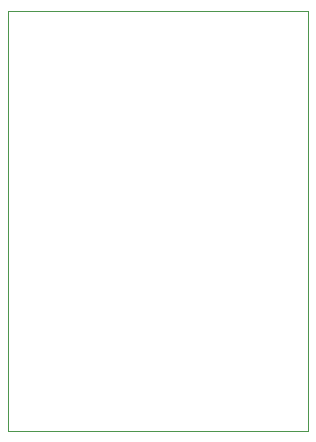
<source format=gbr>
%TF.GenerationSoftware,KiCad,Pcbnew,(6.0.1)*%
%TF.CreationDate,2024-08-30T10:39:56-04:00*%
%TF.ProjectId,FTDI_Monitor,46544449-5f4d-46f6-9e69-746f722e6b69,rev?*%
%TF.SameCoordinates,Original*%
%TF.FileFunction,Profile,NP*%
%FSLAX46Y46*%
G04 Gerber Fmt 4.6, Leading zero omitted, Abs format (unit mm)*
G04 Created by KiCad (PCBNEW (6.0.1)) date 2024-08-30 10:39:56*
%MOMM*%
%LPD*%
G01*
G04 APERTURE LIST*
%TA.AperFunction,Profile*%
%ADD10C,0.100000*%
%TD*%
G04 APERTURE END LIST*
D10*
X63500000Y-22860000D02*
X63500000Y-58420000D01*
X88900000Y-22860000D02*
X63500000Y-22860000D01*
X88900000Y-58420000D02*
X88900000Y-22860000D01*
X63500000Y-58420000D02*
X88900000Y-58420000D01*
M02*

</source>
